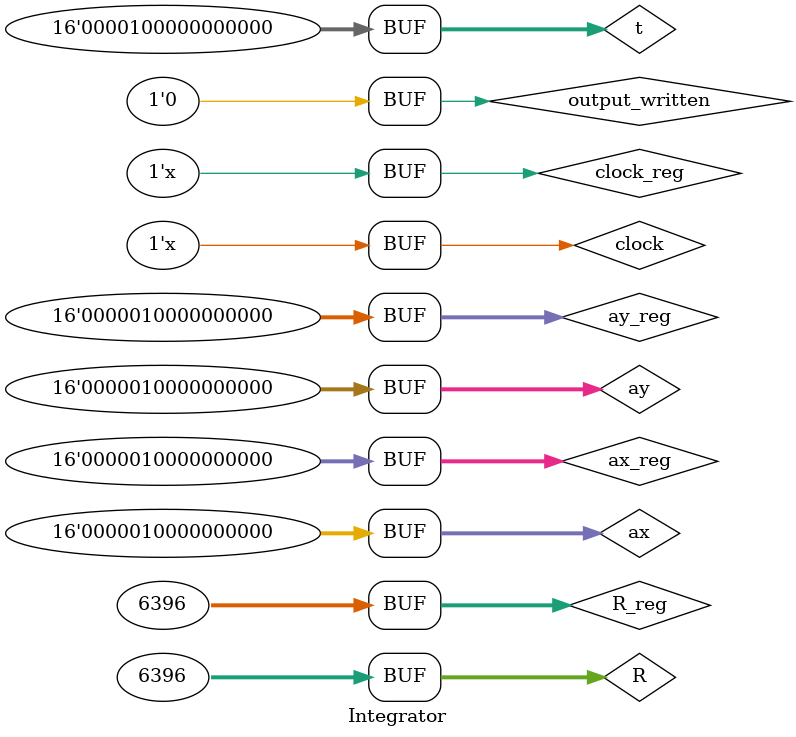
<source format=v>
`timescale 1ns / 1ps


module Integrator;

wire [15:0] x,y,vx,vy,ax,ay,t,x2,y2,vx2,vy2,UM_Vxin,UM_Vyin,CD_Vxin,CD_Vyin,CD_xin,CD_yin;
wire [15:0] xnew,ynew,vxnew,vynew; //confirm size of t

wire [31:0] R;

wire clock,UM_in_rdy,CD_in_rdy;			

wire UM_out_rdy;

wire CD_out_rdy;

wire trial;

wire [15:0] VS_Vxin,VS_Vyin,VS_Vxout,VS_Vyout;

wire VS_in_rdy;
wire VS_out_rdy;

reg [15:0] xnew_CD,ynew_CD,Vxnew_CD,Vynew_CD;

reg [15:0] Vxnew_UM,Vynew_UM;
reg [15:0] Vxnew_VS,Vynew_VS;

wire input_read;
wire output_in_rdy;

reg [15:0] ax_reg=16'd1024;
reg [15:0] ay_reg=16'd1024;
reg [31:0] R_reg=16'd203004;

reg [15:0] vx1_WT,vy1_WT,vx2_WT,vy2_WT,vx3_WT,vy3_WT;
wire [15:0] WT_vx1,WT_vy1,WT_vx2,WT_vy2,WT_vx3,WT_vy3;
 
reg clock_reg;
reg input_CD=1'b0;
reg input_UM=1'b0;
reg input_VS=1'b0;

reg output_check_reg=1'b0;

wire output_written     =1'b0;

//To be deleted once all the bots are tied up
wire [15:0] UM_Vxin1,UM_Vyin1,xnew2,ynew2,vxnew2,vynew2;
reg  [15:0] xnew2_CD,ynew2_CD,Vxnew2_CD,Vynew2_CD;
wire [15:0] CD_Vxin2,CD_Vyin2,CD_xin2,CD_yin2;
wire UM_in_rdy2,UM_out_rdy2;
reg [15:0] Vxnew_UM2,Vynew_UM2;
reg input_UM2=1'b0;
assign UM_in_rdy2=input_UM2;
assign UM_Vxin1  =Vxnew_UM2;
assign UM_Vyin1 = Vynew_UM2;
assign CD_xin2=xnew2_CD;
assign CD_yin2=ynew2_CD;
assign CD_Vxin2=Vxnew2_CD;
assign CD_Vyin2=Vynew2_CD;
update_module UM21 (x2, y2, UM_Vxin1, UM_Vyin1, ax, ay ,t,clock, UM_in_rdy2,UM_out_rdy2,xnew2, ynew2, vxnew2, vynew2);
//Till here :)

update_module UM (x, y, UM_Vxin, UM_Vyin, ax, ay ,t,clock, UM_in_rdy,UM_out_rdy,xnew, ynew, vxnew, vynew);
Velocity_selector VS (VS_Vxin,VS_Vyin,clock,VS_in_rdy,VS_Vxout,VS_Vyout,VS_out_rdy);
coll_det CD(CD_xin,CD_yin,x2, y2, CD_Vxin, CD_Vyin, vx2, vy2, R, trial, clock, CD_in_rdy, CD_out_rdy);
read_test RT(x,y,vx,vy,x2,y2,vx2,vy2,input_read);
write_test WT(WT_vx1,WT_vy1,WT_vx2,WT_vy2,WT_vx3,WT_vy3,output_in_rdy,output_written);

 

assign R     = R_reg;
assign ax    = ax_reg;
assign ay    = ay_reg;
assign clock = clock_reg;
assign t = 16'd2048;         //Time should not b e scaled :) for LHS and RHS being okay.

assign CD_xin=xnew_CD;
assign CD_yin=ynew_CD;
assign CD_Vxin=Vxnew_CD;
assign CD_Vyin=Vynew_CD;

assign UM_Vxin=Vxnew_UM;
assign UM_Vyin=Vynew_UM;

assign VS_Vxin=Vxnew_VS;
assign VS_Vyin=Vynew_VS;

assign VS_in_rdy    = input_VS;
assign UM_in_rdy    = input_UM;
assign CD_in_rdy    = input_CD;

assign output_in_rdy =  output_check_reg;

assign WT_vx1        =  vx1_WT;
assign WT_vy1        =  vy1_WT;
assign WT_vx2        =  vx2_WT;
assign WT_vx2        =  vy2_WT;
assign WT_vx3        =  vx3_WT;
assign WT_vy3        =  vy3_WT;

always @(posedge input_read)   //Make input_check high for writing into UM from file
begin
        input_UM = 1'b1;
        Vxnew_UM = vx;
        Vynew_UM = vy;
        //To be deleted later
        input_UM2 = 1'b1;
        Vxnew_UM2 = vx2;
        Vynew_UM2 = vy2;//Till here
        #10;

end

always @(posedge UM_out_rdy)
begin
    input_CD = 1'b1;
    xnew_CD  = xnew;
    ynew_CD  = ynew;
    Vxnew_CD = vxnew;
    Vynew_CD = vynew;
    #10;
    input_UM = 1'b0;
end

always @(posedge UM_out_rdy)
begin
    xnew2_CD  = xnew2;
    ynew2_CD  = ynew2;
    Vxnew2_CD = vxnew2;
    Vynew2_CD = vynew2;
    #10;
    input_UM2 = 1'b0;
end

always @(posedge trial)   //Load only when collision exist
begin
    if(trial==1)
    begin
        input_VS = 1'b1;
        Vxnew_VS = UM_Vxin;
        Vynew_VS = UM_Vyin;
    end
end

always @(posedge CD_out_rdy)
begin   
    #10;
    input_CD = 1'b0;
end

always @(trial)
begin
    if(trial==0)
    begin
        output_check_reg=1'b1;
        vx1_WT=UM_Vxin;
        vy1_WT=UM_Vyin;
        #10;
        output_check_reg=1'b0;
    end
end

always @(posedge VS_out_rdy)
begin
    input_UM = 1'b1;
    Vxnew_UM = VS_Vxout;
    Vynew_UM = VS_Vyout;
    #10;                     //Delay necessary to copy the outputs before deactivating the module
    input_VS = 1'b0;        //To turn the module of once output is ready(simillarly with the rest);
end

always
    #50 clock_reg=~clock_reg;

initial
    clock_reg=0;

endmodule

</source>
